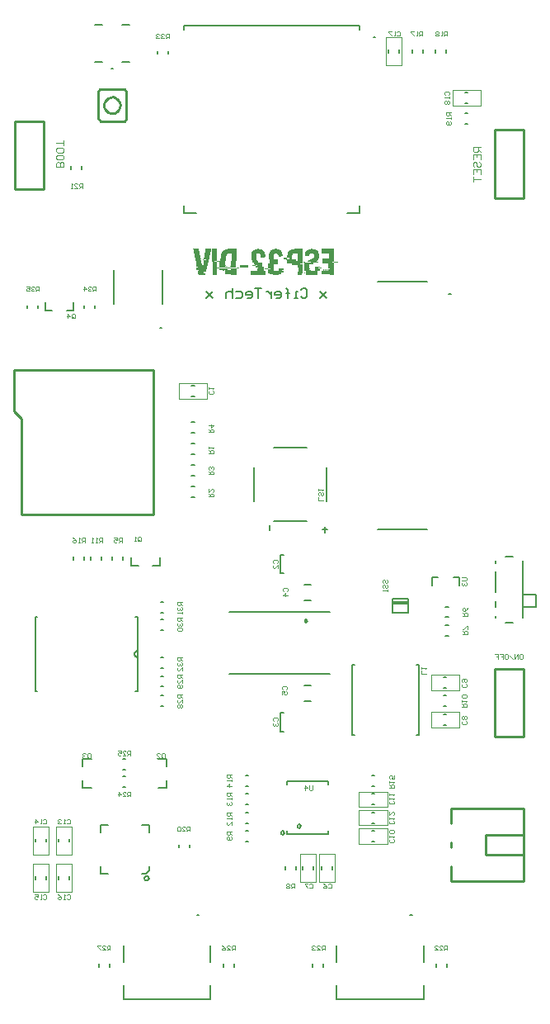
<source format=gbo>
G04*
G04 #@! TF.GenerationSoftware,Altium Limited,Altium Designer,20.1.7 (139)*
G04*
G04 Layer_Color=32896*
%FSLAX25Y25*%
%MOIN*%
G70*
G04*
G04 #@! TF.SameCoordinates,5ECA0F7F-463D-40B6-9D18-12E9E7DCF4CC*
G04*
G04*
G04 #@! TF.FilePolarity,Positive*
G04*
G01*
G75*
%ADD10C,0.00787*%
%ADD11C,0.01000*%
%ADD13C,0.00500*%
%ADD16C,0.00394*%
%ADD120C,0.00984*%
%ADD121C,0.00600*%
%ADD122C,0.00800*%
%ADD123C,0.00666*%
%ADD124R,0.06445X0.01500*%
G36*
X321670Y580512D02*
X321903Y580483D01*
X322108Y580439D01*
X322312Y580396D01*
X322487Y580337D01*
X322647Y580279D01*
X322778Y580221D01*
X322895Y580148D01*
X323012Y580089D01*
X323099Y580031D01*
X323157Y579987D01*
X323216Y579944D01*
X323259Y579914D01*
X323274Y579900D01*
X323289Y579885D01*
X323420Y579725D01*
X323522Y579565D01*
X323624Y579375D01*
X323697Y579185D01*
X323828Y578806D01*
X323916Y578427D01*
X323945Y578252D01*
X323959Y578092D01*
X323974Y577946D01*
X323989Y577815D01*
X324003Y577713D01*
Y577640D01*
Y577582D01*
Y577567D01*
Y577552D01*
X322253Y577465D01*
X322239Y577684D01*
X322224Y577786D01*
X322210Y577859D01*
X322195Y577931D01*
X322181Y577975D01*
X322166Y578004D01*
Y578019D01*
X322122Y578150D01*
X322078Y578267D01*
X322006Y578369D01*
X321947Y578456D01*
X321801Y578588D01*
X321641Y578690D01*
X321495Y578733D01*
X321379Y578763D01*
X321291Y578777D01*
X321073D01*
X320941Y578763D01*
X320825Y578733D01*
X320737Y578704D01*
X320723Y578690D01*
X320708D01*
X320650Y578646D01*
X320591Y578588D01*
X320504Y578442D01*
X320431Y578267D01*
X320387Y578092D01*
X320358Y577931D01*
X320343Y577786D01*
Y577727D01*
Y577698D01*
Y577669D01*
Y577655D01*
Y577305D01*
Y577159D01*
X320358Y577042D01*
X320373Y576926D01*
X320387Y576838D01*
X320416Y576765D01*
X320431Y576707D01*
X320445Y576678D01*
Y576663D01*
X320475Y576576D01*
X320518Y576503D01*
X320650Y576401D01*
X320795Y576313D01*
X320956Y576255D01*
X321102Y576226D01*
X321233Y576211D01*
X321335Y576196D01*
X322151D01*
Y576065D01*
X322166Y575949D01*
Y575744D01*
Y575599D01*
X322181Y575482D01*
Y575409D01*
Y575365D01*
Y575336D01*
X321947D01*
Y574403D01*
X319964D01*
Y574243D01*
X320460D01*
Y571633D01*
X322370D01*
Y572683D01*
X324236D01*
Y571910D01*
X323682D01*
Y571750D01*
X324236D01*
Y570875D01*
X323420D01*
Y570233D01*
X322531D01*
Y570000D01*
X320154D01*
Y570233D01*
X318856D01*
Y570714D01*
X318127D01*
Y572289D01*
X319090D01*
Y572566D01*
X318127D01*
Y572289D01*
X316830Y572289D01*
Y572566D01*
X318127Y572566D01*
Y574593D01*
X318375D01*
X318536Y574841D01*
X318623Y574943D01*
X318696Y575030D01*
X318754Y575088D01*
X318813Y575147D01*
X318842Y575176D01*
X318856Y575190D01*
Y575876D01*
X318710Y576080D01*
X318594Y576313D01*
X318521Y576561D01*
X318463Y576809D01*
X318433Y577042D01*
X318419Y577130D01*
X318404Y577217D01*
Y577290D01*
Y577348D01*
Y577378D01*
Y577392D01*
Y577713D01*
X318419Y578106D01*
X318463Y578456D01*
X318521Y578748D01*
X318579Y579010D01*
X318638Y579200D01*
X318696Y579346D01*
X318740Y579433D01*
X318754Y579462D01*
X318871Y579652D01*
X319017Y579812D01*
X319177Y579958D01*
X319352Y580089D01*
X319542Y580191D01*
X319746Y580279D01*
X319950Y580352D01*
X320154Y580410D01*
X320343Y580454D01*
X320533Y580483D01*
X320693Y580512D01*
X320854Y580527D01*
X320970Y580541D01*
X321422D01*
X321670Y580512D01*
D02*
G37*
G36*
X314453Y580527D02*
X314847Y580468D01*
X315182Y580396D01*
X315328Y580352D01*
X315459Y580308D01*
X315576Y580250D01*
X315678Y580206D01*
X315765Y580177D01*
X315838Y580133D01*
X315897Y580104D01*
X315940Y580075D01*
X315955Y580060D01*
X315969D01*
X316115Y579929D01*
X316247Y579798D01*
X316349Y579667D01*
X316422Y579565D01*
X316494Y579462D01*
X316538Y579389D01*
X316553Y579346D01*
X316567Y579331D01*
X316699Y578967D01*
X316800Y578588D01*
X316873Y578238D01*
X316917Y577902D01*
X316946Y577742D01*
Y577611D01*
X316961Y577480D01*
X316975Y577378D01*
Y577290D01*
Y577232D01*
Y577188D01*
Y577173D01*
X316859D01*
X316757Y577159D01*
X316640D01*
X316509Y577144D01*
X316349Y577130D01*
X316042Y577115D01*
X315722Y577086D01*
X315576Y577071D01*
X315459Y577057D01*
X315342D01*
X315270Y577042D01*
X315197D01*
X315182Y577057D01*
X315168Y577378D01*
X315138Y577523D01*
X315124Y577655D01*
X315095Y577771D01*
X315080Y577873D01*
X315066Y577931D01*
Y577946D01*
X315022Y578106D01*
X314964Y578238D01*
X314905Y578354D01*
X314847Y578456D01*
X314774Y578544D01*
X314701Y578602D01*
X314555Y578719D01*
X314409Y578777D01*
X314293Y578806D01*
X314220Y578821D01*
X313987D01*
X313812Y578806D01*
X313666Y578763D01*
X313622Y578733D01*
X313578Y578704D01*
X313549Y578690D01*
X313535D01*
X313476Y578631D01*
X313433Y578573D01*
X313360Y578398D01*
X313301Y578194D01*
X313272Y577990D01*
X313243Y577786D01*
X313228Y577625D01*
Y577552D01*
Y577509D01*
Y577480D01*
Y577465D01*
X313243Y577173D01*
X313287Y576911D01*
X313345Y576663D01*
X313418Y576459D01*
X313491Y576284D01*
X313549Y576153D01*
X313593Y576080D01*
X313608Y576051D01*
X313695Y575905D01*
X313797Y575744D01*
X313928Y575569D01*
X314045Y575409D01*
X314176Y575263D01*
X314278Y575147D01*
X314336Y575074D01*
X314366Y575059D01*
Y575045D01*
X315342D01*
Y574884D01*
X315780D01*
Y573470D01*
X316349D01*
Y571662D01*
X316975D01*
Y570000D01*
X313695D01*
Y570160D01*
X311158D01*
Y571808D01*
X313695D01*
Y572566D01*
X314074D01*
Y573120D01*
X313126D01*
Y573733D01*
X313797D01*
Y573864D01*
X313083D01*
X313126Y573733D01*
X311858D01*
Y573864D01*
X313053D01*
X312733Y574185D01*
X312470Y574520D01*
X312222Y574840D01*
X312018Y575161D01*
X311858Y575467D01*
X311712Y575774D01*
X311596Y576051D01*
X311493Y576328D01*
X311420Y576576D01*
X311362Y576794D01*
X311333Y576984D01*
X311304Y577159D01*
X311289Y577290D01*
X311275Y577392D01*
Y577465D01*
Y577480D01*
X311289Y577873D01*
X311318Y578223D01*
X311362Y578529D01*
X311406Y578792D01*
X311464Y579010D01*
X311493Y579083D01*
X311508Y579156D01*
X311523Y579214D01*
X311537Y579258D01*
X311552Y579273D01*
Y579287D01*
X311668Y579506D01*
X311800Y579696D01*
X311960Y579871D01*
X312150Y580016D01*
X312339Y580133D01*
X312558Y580235D01*
X312762Y580323D01*
X312966Y580381D01*
X313170Y580439D01*
X313360Y580468D01*
X313535Y580498D01*
X313695Y580527D01*
X313812D01*
X313914Y580541D01*
X314001D01*
X314453Y580527D01*
D02*
G37*
G36*
X325767Y576255D02*
X325738Y576196D01*
X325709Y576153D01*
X325665Y576109D01*
X325636Y576080D01*
Y576007D01*
X325621Y575963D01*
X325607Y575905D01*
X325592Y575876D01*
X325534D01*
X325519Y576007D01*
X325461Y576124D01*
X325417Y576211D01*
X325403Y576226D01*
Y576240D01*
Y576284D01*
X325476D01*
X325592Y576138D01*
X325607Y576182D01*
X325636Y576240D01*
X325665Y576269D01*
X325680Y576284D01*
X325724D01*
X325767Y576255D01*
D02*
G37*
G36*
X325753Y575672D02*
X325636D01*
Y575380D01*
X325621Y575351D01*
X325549D01*
X325534Y575365D01*
Y575380D01*
Y575672D01*
X325432D01*
Y575759D01*
X325753D01*
Y575672D01*
D02*
G37*
G36*
X332955Y575132D02*
X332212D01*
Y575336D01*
X332955D01*
Y575132D01*
D02*
G37*
G36*
X302818Y573441D02*
X302833Y573426D01*
X302862Y573397D01*
X302920Y573324D01*
X302964Y573237D01*
X302979Y573222D01*
Y573208D01*
X302877D01*
X302833Y573237D01*
X302804Y573280D01*
X302775Y573339D01*
X302760Y573353D01*
X302702Y573295D01*
X302687Y573251D01*
X302673Y573222D01*
Y573208D01*
X302527D01*
X302673Y573441D01*
X302658Y573485D01*
X302614Y573558D01*
X302571Y573616D01*
X302556Y573645D01*
Y573660D01*
X302673D01*
X302687Y573630D01*
X302702Y573587D01*
X302731Y573558D01*
X302745Y573543D01*
X302804Y573616D01*
X302833Y573645D01*
X302862Y573660D01*
X302964D01*
X302818Y573441D01*
D02*
G37*
G36*
X300879Y573907D02*
X300894Y573864D01*
X300952Y573762D01*
X301025Y573674D01*
X301040Y573645D01*
X301054Y573630D01*
Y573558D01*
X300865D01*
Y573455D01*
X300763D01*
Y573558D01*
X300704D01*
Y573645D01*
X300763D01*
Y573922D01*
X300865D01*
X300879Y573907D01*
D02*
G37*
G36*
X294901Y579812D02*
X294741Y579112D01*
X294595Y578456D01*
X294449Y577844D01*
X294318Y577261D01*
X294201Y576736D01*
X294085Y576240D01*
X293983Y575774D01*
X293881Y575351D01*
X293793Y574957D01*
X293720Y574607D01*
X293633Y574287D01*
X293575Y573980D01*
X293502Y573718D01*
X293443Y573470D01*
X293400Y573251D01*
X293356Y573062D01*
X293312Y572887D01*
X293283Y572741D01*
X293254Y572610D01*
X293225Y572508D01*
X293196Y572406D01*
X293181Y572333D01*
X293166Y572274D01*
X293137Y572172D01*
X293123Y572129D01*
Y572099D01*
X293093Y571954D01*
X293064Y571823D01*
X293050Y571706D01*
X293021Y571618D01*
X293006Y571531D01*
X292991Y571458D01*
X292962Y571356D01*
X292933Y571298D01*
Y571269D01*
X292918Y571254D01*
X292160D01*
Y570802D01*
X292846D01*
X292816Y570656D01*
X292787Y570540D01*
X292758Y570437D01*
X292743Y570335D01*
X292700Y570190D01*
X292671Y570102D01*
X292656Y570044D01*
X292641Y570015D01*
X292627Y570000D01*
X290002D01*
Y571895D01*
X289171D01*
Y572960D01*
X289638D01*
Y573339D01*
X289011D01*
Y575176D01*
Y575205D01*
X288997Y575249D01*
X288982Y575336D01*
X288953Y575438D01*
X288938Y575569D01*
X288894Y575715D01*
X288865Y575876D01*
X288822Y576065D01*
X288778Y576255D01*
X288734Y576474D01*
X288632Y576926D01*
X288515Y577407D01*
X288399Y577902D01*
X288297Y578398D01*
X288180Y578879D01*
X288078Y579331D01*
X288034Y579535D01*
X287990Y579725D01*
X287947Y579914D01*
X287918Y580075D01*
X287874Y580206D01*
X287859Y580323D01*
X287830Y580425D01*
X287815Y580498D01*
X287801Y580541D01*
Y580556D01*
X290032D01*
Y580527D01*
X290046Y580483D01*
X290061Y580410D01*
X290075Y580323D01*
X290105Y580235D01*
X290119Y580119D01*
X290177Y579842D01*
X290250Y579521D01*
X290323Y579185D01*
X290396Y578806D01*
X290469Y578442D01*
X290557Y578063D01*
X290629Y577698D01*
X290702Y577363D01*
X290761Y577057D01*
X290790Y576926D01*
X290819Y576809D01*
X290834Y576707D01*
X290863Y576619D01*
X290877Y576546D01*
Y576488D01*
X290892Y576459D01*
Y576444D01*
X290542D01*
Y576036D01*
X290994D01*
Y574607D01*
X291213D01*
Y573164D01*
X291840D01*
Y574141D01*
X292087D01*
Y576036D01*
X292875D01*
Y576444D01*
X292087D01*
Y576036D01*
X291533D01*
Y576444D01*
X292000D01*
X292073Y576809D01*
X292146Y577144D01*
X292204Y577450D01*
X292277Y577757D01*
X292321Y578034D01*
X292379Y578281D01*
X292437Y578529D01*
X292481Y578748D01*
X292525Y578952D01*
X292554Y579142D01*
X292598Y579317D01*
X292627Y579477D01*
X292685Y579754D01*
X292729Y579973D01*
X292758Y580162D01*
X292787Y580294D01*
X292816Y580396D01*
X292831Y580468D01*
Y580512D01*
X292846Y580541D01*
Y580556D01*
X295076D01*
X294901Y579812D01*
D02*
G37*
G36*
X305428Y575511D02*
X305180D01*
Y573135D01*
X303066D01*
Y572799D01*
X301608D01*
Y572099D01*
X303066D01*
Y572799D01*
X305414D01*
Y573135D01*
X306347D01*
Y572799D01*
X305428D01*
Y570029D01*
X305414Y570000D01*
X303066D01*
Y570219D01*
X300631D01*
Y572099D01*
X298488D01*
Y572799D01*
X301608D01*
Y573135D01*
X303066D01*
Y575715D01*
X303343D01*
Y578806D01*
X302920D01*
X302600Y578792D01*
X302337Y578763D01*
X302104Y578733D01*
X301929Y578690D01*
X301783Y578631D01*
X301681Y578602D01*
X301623Y578573D01*
X301608Y578558D01*
X301491Y578471D01*
X301375Y578354D01*
X301287Y578223D01*
X301200Y578077D01*
X301083Y577742D01*
X300996Y577407D01*
X300938Y577086D01*
X300923Y576955D01*
Y576823D01*
X300908Y576721D01*
Y576649D01*
Y576590D01*
Y576576D01*
Y575657D01*
X300631D01*
Y573412D01*
X301608D01*
Y573135D01*
X298488D01*
Y572799D01*
X297511D01*
Y570029D01*
X297497Y570015D01*
X297482Y570000D01*
X295747D01*
X295718Y570015D01*
Y570029D01*
Y575351D01*
X295470D01*
X295455Y575365D01*
X295441Y575380D01*
Y575395D01*
Y580527D01*
X295455Y580556D01*
X297467D01*
X297497Y580541D01*
X297511Y580527D01*
Y575788D01*
X298051D01*
X298065Y575774D01*
Y575759D01*
Y575744D01*
Y575511D01*
X298051Y575482D01*
X297511D01*
Y573135D01*
X298488D01*
Y575657D01*
X298809D01*
Y576109D01*
X298838Y576517D01*
X298867Y576896D01*
X298911Y577246D01*
X298955Y577567D01*
X299013Y577859D01*
X299057Y578121D01*
X299115Y578340D01*
X299173Y578544D01*
X299232Y578719D01*
X299290Y578865D01*
X299334Y578981D01*
X299377Y579069D01*
X299407Y579142D01*
X299421Y579171D01*
X299436Y579185D01*
X299596Y579433D01*
X299771Y579637D01*
X299975Y579827D01*
X300194Y579973D01*
X300413Y580104D01*
X300646Y580221D01*
X300879Y580308D01*
X301113Y580381D01*
X301331Y580439D01*
X301535Y580483D01*
X301725Y580512D01*
X301885Y580541D01*
X302031D01*
X302133Y580556D01*
X305428D01*
Y575511D01*
D02*
G37*
G36*
X309831Y574024D02*
X309904Y574010D01*
X309963Y573980D01*
X309992Y573937D01*
X310035Y573864D01*
Y573849D01*
Y573835D01*
Y573222D01*
X310021Y573149D01*
X309992Y573091D01*
X309948Y573062D01*
X309890Y573033D01*
X309788Y573003D01*
X307090D01*
X306988Y573018D01*
X306915Y573033D01*
X306872Y573076D01*
X306828Y573120D01*
X306799Y573193D01*
Y573208D01*
Y573222D01*
Y573835D01*
X306813Y573907D01*
X306842Y573951D01*
X306944Y574010D01*
X307061Y574039D01*
X309729D01*
X309831Y574024D01*
D02*
G37*
G36*
X335055Y573105D02*
X335069Y573091D01*
Y572756D01*
X335055Y572741D01*
X335040Y572726D01*
X334778D01*
X334763Y572741D01*
Y572756D01*
Y572814D01*
X334967D01*
Y572887D01*
X334821D01*
X334792Y572901D01*
Y572916D01*
Y572974D01*
X334967D01*
Y573033D01*
X334763D01*
Y573091D01*
Y573105D01*
X334778Y573120D01*
X335026D01*
X335055Y573105D01*
D02*
G37*
G36*
X335098Y572551D02*
X335055Y572493D01*
X335026Y572435D01*
X335011Y572406D01*
Y572333D01*
X334996Y572289D01*
X334982Y572231D01*
X334967Y572202D01*
X334909D01*
X334894Y572274D01*
X334880Y572347D01*
X334821Y572464D01*
X334778Y572551D01*
X334749Y572566D01*
Y572581D01*
Y572595D01*
X334763Y572610D01*
X334851D01*
X334880Y572581D01*
X334894Y572537D01*
X334909Y572493D01*
X334924Y572464D01*
X334996Y572551D01*
X335026Y572595D01*
X335055Y572610D01*
X335113D01*
X335098Y572551D01*
D02*
G37*
G36*
X342126Y571823D02*
X342009D01*
Y571983D01*
X341995Y571997D01*
X341980Y572012D01*
X341966Y572027D01*
X341951Y572012D01*
X341936Y571997D01*
X341878Y571925D01*
X341834Y571852D01*
X341805Y571837D01*
Y571823D01*
X341689D01*
X341878Y572114D01*
X341703Y572304D01*
X341820D01*
X341878Y572260D01*
X341922Y572216D01*
X341966Y572172D01*
X341995Y572143D01*
Y572129D01*
X342009D01*
Y572304D01*
X342126D01*
Y571823D01*
D02*
G37*
G36*
X335201Y572070D02*
Y572056D01*
Y571720D01*
X335186Y571691D01*
X335113D01*
Y571910D01*
X335098D01*
X335084Y571837D01*
X335069Y571779D01*
X335055Y571750D01*
X335040Y571720D01*
X335011Y571691D01*
X334967D01*
X334894Y571910D01*
X334880D01*
Y571691D01*
X334821D01*
X334792Y571706D01*
Y571720D01*
Y572056D01*
X334807Y572085D01*
X334894D01*
X334909Y572070D01*
X334924Y572056D01*
X334953Y571968D01*
X334967Y571895D01*
X334982Y571866D01*
Y571852D01*
X335011D01*
X335026Y571925D01*
X335040Y571983D01*
X335055Y572027D01*
X335069Y572056D01*
X335084Y572085D01*
X335171D01*
X335201Y572070D01*
D02*
G37*
G36*
X341514Y571823D02*
X341382D01*
Y571997D01*
X341237D01*
Y571939D01*
X341222Y571895D01*
X341208Y571852D01*
X341178Y571823D01*
X341091D01*
X341105Y571895D01*
X341120Y571954D01*
Y571983D01*
X341135Y572012D01*
X341149Y572041D01*
X341164D01*
X341120Y572099D01*
X341105Y572143D01*
X341091Y572158D01*
X341135Y572245D01*
X341193Y572289D01*
X341237Y572304D01*
X341514D01*
Y571823D01*
D02*
G37*
G36*
X340756Y572289D02*
X340799Y572274D01*
X340858Y572202D01*
X340887Y572114D01*
X340901Y572099D01*
Y572085D01*
X340887Y571997D01*
X340858Y571939D01*
X340828Y571881D01*
X340799Y571852D01*
X340726Y571823D01*
X340639D01*
X340551Y571837D01*
X340522Y571808D01*
X340508Y571793D01*
X340493Y571779D01*
X340464Y571808D01*
X340435Y571823D01*
Y571837D01*
X340449Y571866D01*
X340464Y571881D01*
X340493D01*
Y571895D01*
X340464Y571954D01*
X340435Y571983D01*
Y572012D01*
Y572027D01*
Y572085D01*
X340449Y572158D01*
X340478Y572216D01*
X340522Y572245D01*
X340551Y572274D01*
X340610Y572304D01*
X340697D01*
X340756Y572289D01*
D02*
G37*
G36*
X299932Y571881D02*
X299902Y571764D01*
X299873Y571677D01*
X299844Y571618D01*
X299829Y571589D01*
Y571575D01*
X299815Y571560D01*
X299713D01*
X299669Y571706D01*
X299625Y571808D01*
X299596Y571895D01*
X299582Y571954D01*
X299567Y571997D01*
Y572027D01*
Y572041D01*
X299684D01*
X299713Y571954D01*
X299727Y571881D01*
X299757Y571823D01*
Y571779D01*
X299771Y571750D01*
Y571735D01*
X299786D01*
X299873Y572041D01*
X299975D01*
X299932Y571881D01*
D02*
G37*
G36*
X300442Y571895D02*
X300471Y571779D01*
X300500Y571691D01*
X300529Y571633D01*
Y571604D01*
X300544Y571589D01*
Y571575D01*
Y571560D01*
X300442D01*
X300427Y571618D01*
X300413Y571648D01*
X300383Y571662D01*
X300238D01*
X300223Y571604D01*
X300208Y571575D01*
X300194Y571560D01*
X300106D01*
X300121Y571618D01*
X300136Y571691D01*
X300194Y571852D01*
X300208Y571924D01*
X300238Y571983D01*
X300252Y572027D01*
Y572041D01*
X300383D01*
X300442Y571895D01*
D02*
G37*
G36*
X299392Y571560D02*
X299261D01*
Y572041D01*
X299392D01*
Y571560D01*
D02*
G37*
G36*
X299057D02*
X298853D01*
X298780Y571575D01*
X298721Y571604D01*
X298692Y571633D01*
X298663Y571677D01*
X298634Y571735D01*
Y571764D01*
X298648Y571852D01*
X298663Y571924D01*
X298707Y571968D01*
X298736Y572012D01*
X298823Y572041D01*
X299057D01*
Y571560D01*
D02*
G37*
G36*
X289886Y571385D02*
X289784D01*
Y571546D01*
X289653D01*
Y571487D01*
X289638Y571458D01*
X289623Y571400D01*
X289594Y571385D01*
X289521D01*
Y571443D01*
X289536Y571502D01*
X289550Y571546D01*
X289565Y571575D01*
X289580D01*
X289521Y571691D01*
X289565Y571764D01*
X289609Y571793D01*
X289638Y571808D01*
X289886D01*
Y571385D01*
D02*
G37*
G36*
X333145Y571181D02*
X333130Y571152D01*
X333014D01*
X332911Y571166D01*
X332853Y571210D01*
X332824Y571239D01*
X332809Y571254D01*
X332824Y571298D01*
X332839Y571341D01*
X332853Y571371D01*
X332868Y571385D01*
X332853Y571400D01*
X332839Y571414D01*
X332824D01*
X332853Y571487D01*
X332897Y571531D01*
X332941Y571546D01*
X333145D01*
Y571181D01*
D02*
G37*
G36*
X339677Y571312D02*
Y571239D01*
X339662Y571181D01*
Y571137D01*
X339647Y571108D01*
X339633Y571079D01*
X339618D01*
X339604Y571094D01*
X339589Y571123D01*
Y571181D01*
X339575Y571239D01*
Y571298D01*
Y571356D01*
Y571385D01*
Y571400D01*
Y571414D01*
X339677D01*
Y571312D01*
D02*
G37*
G36*
Y570948D02*
X339575D01*
Y571064D01*
X339677D01*
Y570948D01*
D02*
G37*
G36*
X289886Y570802D02*
X289784D01*
Y570977D01*
X289623D01*
Y571079D01*
X289784D01*
Y571137D01*
X289594D01*
X289580Y571152D01*
Y571166D01*
Y571225D01*
X289886D01*
Y570802D01*
D02*
G37*
G36*
X333145Y570671D02*
X333130Y570642D01*
X333072D01*
X333057Y570656D01*
Y570671D01*
Y570860D01*
X332999Y570787D01*
X332955Y570729D01*
X332926Y570700D01*
X332911Y570671D01*
X332882Y570642D01*
X332824D01*
X332809Y570656D01*
Y570671D01*
Y571035D01*
X332897D01*
Y570787D01*
X332926D01*
X332970Y570875D01*
X332999Y570933D01*
X333028Y570977D01*
X333043Y571006D01*
X333072Y571035D01*
X333145D01*
Y570671D01*
D02*
G37*
G36*
X289886Y570219D02*
X289784D01*
Y570656D01*
X289886D01*
Y570219D01*
D02*
G37*
G36*
X344809Y575336D02*
X346485D01*
Y575118D01*
X344809D01*
Y573776D01*
X344590D01*
Y570000D01*
X343030D01*
Y570219D01*
X339779D01*
Y571516D01*
X339575D01*
Y571764D01*
X342286D01*
Y572420D01*
X342928D01*
Y572639D01*
X342286D01*
Y574811D01*
X339881D01*
Y575336D01*
X340012D01*
X339997Y575365D01*
X339983Y575540D01*
Y575701D01*
Y575847D01*
X339968Y575978D01*
Y576080D01*
Y576167D01*
X339954Y576313D01*
Y576401D01*
Y576459D01*
Y576488D01*
Y576503D01*
X342738D01*
Y578792D01*
X339647D01*
X339618Y578806D01*
X339604Y578821D01*
Y578835D01*
Y580556D01*
X344809D01*
Y575336D01*
D02*
G37*
G36*
X336163Y580498D02*
X336396Y580468D01*
X336615Y580439D01*
X336819Y580396D01*
X337008Y580337D01*
X337183Y580294D01*
X337329Y580235D01*
X337460Y580177D01*
X337577Y580133D01*
X337665Y580075D01*
X337752Y580031D01*
X337810Y580002D01*
X337854Y579973D01*
X337869Y579944D01*
X337883D01*
X338029Y579812D01*
X338146Y579667D01*
X338262Y579506D01*
X338350Y579346D01*
X338496Y579010D01*
X338598Y578675D01*
X338656Y578383D01*
X338670Y578267D01*
X338685Y578150D01*
X338700Y578063D01*
Y577990D01*
Y577946D01*
Y577931D01*
Y577800D01*
X338685Y577509D01*
X338641Y577246D01*
X338583Y576984D01*
X338496Y576751D01*
X338393Y576532D01*
X338292Y576328D01*
X338175Y576138D01*
X338044Y575978D01*
X337927Y575832D01*
X337810Y575701D01*
X337708Y575599D01*
X337606Y575511D01*
X337519Y575438D01*
X337460Y575395D01*
X337417Y575365D01*
X337402Y575351D01*
Y575336D01*
X338393D01*
Y575132D01*
X336352D01*
Y574272D01*
X334705D01*
Y571633D01*
X336906D01*
Y573383D01*
X339050D01*
Y573120D01*
X338423D01*
Y572741D01*
X339050D01*
Y573120D01*
X339735D01*
Y572741D01*
X339050D01*
Y571633D01*
X337942D01*
Y570000D01*
X333247D01*
Y571633D01*
X332649D01*
Y574841D01*
X332955D01*
Y575132D01*
X335390D01*
Y575336D01*
X333553D01*
Y575351D01*
X333742Y575497D01*
X333947Y575642D01*
X334122Y575759D01*
X334296Y575861D01*
X334442Y575934D01*
X334559Y576007D01*
X334632Y576036D01*
X334661Y576051D01*
X334865Y576138D01*
X335040Y576211D01*
X335201Y576284D01*
X335332Y576342D01*
X335448Y576386D01*
X335550Y576444D01*
X335623Y576474D01*
X335696Y576503D01*
X335784Y576561D01*
X335842Y576590D01*
X335871Y576605D01*
X336032Y576678D01*
X336163Y576765D01*
X336279Y576853D01*
X336382Y576940D01*
X336454Y577042D01*
X336527Y577144D01*
X336629Y577334D01*
X336702Y577523D01*
X336731Y577669D01*
X336746Y577727D01*
Y577771D01*
Y577786D01*
Y577800D01*
Y577946D01*
Y578034D01*
X336731Y578121D01*
X336717Y578194D01*
Y578223D01*
X336629Y578413D01*
X336498Y578558D01*
X336352Y578660D01*
X336192Y578733D01*
X336046Y578777D01*
X335915Y578792D01*
X335827Y578806D01*
X335507D01*
X335390Y578792D01*
X335288Y578777D01*
X335084Y578704D01*
X334996Y578660D01*
X334938Y578631D01*
X334894Y578617D01*
X334880Y578602D01*
X334763Y578442D01*
X334676Y578281D01*
X334603Y578121D01*
X334559Y577961D01*
X334530Y577830D01*
X334515Y577727D01*
Y577655D01*
Y577625D01*
X334311D01*
X334063Y577640D01*
X333801Y577655D01*
X333524Y577684D01*
X333276Y577698D01*
X333159D01*
X333057Y577713D01*
X332984D01*
X332926Y577727D01*
X332853D01*
X332868Y578034D01*
X332911Y578340D01*
X332984Y578617D01*
X333057Y578879D01*
X333130Y579083D01*
X333159Y579185D01*
X333203Y579258D01*
X333218Y579317D01*
X333247Y579360D01*
X333261Y579389D01*
Y579404D01*
X333393Y579608D01*
X333538Y579769D01*
X333699Y579929D01*
X333888Y580060D01*
X334078Y580162D01*
X334267Y580250D01*
X334472Y580323D01*
X334661Y580381D01*
X334851Y580439D01*
X335040Y580468D01*
X335201Y580498D01*
X335332Y580512D01*
X335463Y580527D01*
X335900D01*
X336163Y580498D01*
D02*
G37*
G36*
X331949Y574797D02*
X330943D01*
Y574257D01*
X331949D01*
Y573878D01*
Y573514D01*
Y573178D01*
X331935Y572872D01*
Y572595D01*
Y572347D01*
Y572129D01*
Y571925D01*
Y571750D01*
Y571589D01*
Y571473D01*
Y571356D01*
Y571283D01*
Y571225D01*
Y571196D01*
Y571181D01*
Y570642D01*
X331701D01*
Y570000D01*
X330054D01*
Y571385D01*
X330258D01*
Y573033D01*
X329893D01*
Y573966D01*
X329048D01*
X328654Y573980D01*
X327590D01*
Y574593D01*
X325855D01*
Y576386D01*
X326700D01*
Y576896D01*
X325811D01*
Y576867D01*
Y576794D01*
X325826Y576721D01*
Y576634D01*
X325840Y576546D01*
Y576474D01*
X325855Y576415D01*
Y576401D01*
Y576386D01*
X324295D01*
Y576896D01*
X325796D01*
Y577057D01*
X325782Y577203D01*
Y577246D01*
Y577290D01*
Y577319D01*
Y577334D01*
X325796Y577757D01*
X325840Y578150D01*
X325913Y578486D01*
X325971Y578777D01*
X326015Y578894D01*
X326044Y579010D01*
X326088Y579098D01*
X326117Y579171D01*
X326132Y579244D01*
X326161Y579287D01*
X326175Y579302D01*
Y579317D01*
X326321Y579535D01*
X326496Y579725D01*
X326700Y579885D01*
X326934Y580031D01*
X327167Y580148D01*
X327429Y580250D01*
X327692Y580323D01*
X327940Y580396D01*
X328187Y580439D01*
X328435Y580483D01*
X328654Y580498D01*
X328844Y580527D01*
X329004D01*
X329121Y580541D01*
X331949D01*
Y574797D01*
D02*
G37*
%LPC*%
G36*
X314307Y575045D02*
X313535D01*
Y574884D01*
X314468D01*
X314424Y574943D01*
X314380Y574972D01*
X314336Y575030D01*
X314307Y575045D01*
D02*
G37*
G36*
X300865Y573747D02*
Y573645D01*
X300952D01*
X300908Y573703D01*
X300879Y573733D01*
X300865Y573747D01*
D02*
G37*
G36*
X297497Y575788D02*
X296476D01*
Y575482D01*
X297497D01*
Y575788D01*
D02*
G37*
G36*
X341382Y572202D02*
X341237D01*
X341222Y572187D01*
Y572172D01*
Y572158D01*
Y572129D01*
Y572099D01*
X341237Y572085D01*
X341382D01*
Y572202D01*
D02*
G37*
G36*
X340697Y572216D02*
X340683D01*
X340610Y572187D01*
X340566Y572143D01*
X340551Y572099D01*
Y572070D01*
X340566Y572012D01*
Y571983D01*
Y571968D01*
X340610Y571997D01*
X340639Y571983D01*
X340653Y571968D01*
X340668Y571954D01*
Y571939D01*
X340639D01*
Y571910D01*
X340653D01*
X340726Y571925D01*
X340770Y571983D01*
X340785Y572027D01*
Y572041D01*
Y572085D01*
X340770Y572143D01*
X340726Y572187D01*
X340697Y572216D01*
D02*
G37*
G36*
X300340Y571895D02*
X300311D01*
Y571866D01*
X300296Y571808D01*
X300281Y571764D01*
Y571750D01*
X300369D01*
X300354Y571823D01*
X300340Y571866D01*
Y571895D01*
D02*
G37*
G36*
X298925Y571924D02*
X298823D01*
X298780Y571895D01*
X298765Y571866D01*
X298750Y571852D01*
Y571735D01*
X298780Y571691D01*
X298809Y571677D01*
X298823Y571662D01*
X298925D01*
Y571924D01*
D02*
G37*
G36*
X289784Y571735D02*
X289653D01*
X289638Y571720D01*
Y571706D01*
Y571691D01*
Y571677D01*
Y571648D01*
X289653Y571633D01*
X289784D01*
Y571735D01*
D02*
G37*
G36*
X333043Y571458D02*
X332941D01*
Y571429D01*
X332955Y571400D01*
X333043D01*
Y571458D01*
D02*
G37*
G36*
Y571327D02*
X332955D01*
X332926Y571312D01*
Y571298D01*
Y571283D01*
Y571254D01*
X332941Y571239D01*
X333043D01*
Y571327D01*
D02*
G37*
G36*
X344794Y575336D02*
X343934D01*
Y575118D01*
X344794D01*
Y575336D01*
D02*
G37*
G36*
X329893Y578748D02*
X328800D01*
X328625Y578733D01*
X328479Y578719D01*
X328377Y578690D01*
X328304Y578675D01*
X328246Y578646D01*
X328231Y578631D01*
X328217D01*
X328144Y578588D01*
X328071Y578544D01*
X328013Y578471D01*
X327954Y578383D01*
X327881Y578194D01*
X327823Y577990D01*
X327794Y577800D01*
X327765Y577625D01*
Y577567D01*
Y577509D01*
Y577480D01*
Y577465D01*
Y577275D01*
X327779Y577115D01*
X327794Y576955D01*
X327808Y576823D01*
X327823Y576707D01*
X327838Y576605D01*
X327881Y576430D01*
X327940Y576313D01*
X327969Y576240D01*
X327998Y576196D01*
X328013Y576182D01*
X329266D01*
Y575759D01*
X329893D01*
Y578748D01*
D02*
G37*
%LPD*%
D10*
X331366Y347516D02*
X330822Y348265D01*
X329942Y347979D01*
Y347053D01*
X330822Y346767D01*
X331366Y347516D01*
X324673Y344760D02*
X324129Y345509D01*
X323249Y345223D01*
Y344297D01*
X324129Y344011D01*
X324673Y344760D01*
X275021Y548705D02*
X274233D01*
X275021D01*
X391941Y562412D02*
X391154D01*
X391941D01*
X376301Y311622D02*
X375514D01*
X376301D01*
X361339Y665882D02*
X360551D01*
X361339D01*
X255512Y653185D02*
X254724D01*
X255512D01*
X290183Y311622D02*
X289396D01*
X290183D01*
X388994Y392807D02*
X390175D01*
X388994Y388476D02*
X390175D01*
X388994Y400376D02*
X390175D01*
X388994Y396045D02*
X390175D01*
X388998Y403476D02*
X390179D01*
X388998Y407807D02*
X390179D01*
X379083Y384327D02*
Y412673D01*
X378098D02*
X379083D01*
X378098Y384327D02*
X379083D01*
X351917D02*
X352902D01*
X351917Y412673D02*
X352902D01*
X351917Y384327D02*
Y412673D01*
X336287Y330157D02*
Y331339D01*
X331957Y330157D02*
Y331339D01*
X339829Y330157D02*
Y331339D01*
X344159Y330157D02*
Y331339D01*
X359915Y360513D02*
X361096D01*
X359915Y356183D02*
X361096D01*
X359915Y363538D02*
X361096D01*
X359915Y367869D02*
X361096D01*
X359915Y353157D02*
X361096D01*
X359915Y348827D02*
X361096D01*
X359915Y345802D02*
X361096D01*
X359915Y341471D02*
X361096D01*
X325854Y365626D02*
X342390D01*
Y364445D02*
Y365626D01*
X325854Y364445D02*
Y365626D01*
Y344366D02*
Y345547D01*
X342390Y344366D02*
Y345547D01*
X325854Y344366D02*
X342390D01*
X308919Y360513D02*
X310100D01*
X308919Y356183D02*
X310100D01*
X308919Y367869D02*
X310100D01*
X308919Y363538D02*
X310100D01*
X308919Y353157D02*
X310100D01*
X308919Y348827D02*
X310100D01*
X308919Y345802D02*
X310100D01*
X308919Y341471D02*
X310100D01*
X329287Y330157D02*
Y331339D01*
X324957Y330157D02*
Y331339D01*
X332738Y438760D02*
X335494D01*
X332738Y444862D02*
X335494D01*
X332738Y404177D02*
X335494D01*
X332738Y398075D02*
X335494D01*
X302522Y408894D02*
X342876D01*
X302522Y434091D02*
X342876D01*
X374571Y433800D02*
Y439300D01*
X368402Y433800D02*
X374571D01*
X368402D02*
Y439300D01*
X374571D01*
X389734Y431835D02*
X390915D01*
X389734Y436165D02*
X390915D01*
X389734Y428665D02*
X390915D01*
X389734Y424335D02*
X390915D01*
X366835Y659776D02*
Y660957D01*
X371165Y659776D02*
Y660957D01*
X397657Y639335D02*
X398839D01*
X397657Y643665D02*
X398839D01*
X237761Y326106D02*
Y327287D01*
X233431Y326106D02*
Y327287D01*
X228261Y326106D02*
Y327287D01*
X223931Y326106D02*
Y327287D01*
X223931Y341193D02*
Y342374D01*
X228261Y341193D02*
Y342374D01*
X233431Y341193D02*
Y342374D01*
X237761Y341193D02*
Y342374D01*
X287110Y525405D02*
X288291D01*
X287110Y521074D02*
X288291D01*
X274630Y426635D02*
X275811D01*
X274630Y430965D02*
X275811D01*
X274630Y437965D02*
X275811D01*
X274630Y433635D02*
X275811D01*
X274630Y415665D02*
X275811D01*
X274630Y411335D02*
X275811D01*
X274630Y408165D02*
X275811D01*
X274630Y403835D02*
X275811D01*
X274630Y400365D02*
X275811D01*
X274630Y396035D02*
X275811D01*
X273335Y659248D02*
Y660429D01*
X277665Y659248D02*
Y660429D01*
X409988Y441913D02*
Y450181D01*
Y436007D02*
Y438370D01*
Y431677D02*
Y432464D01*
X413925Y429708D02*
X417075D01*
X421012Y431677D02*
Y454511D01*
X413925Y456480D02*
X417075D01*
X409988Y453724D02*
Y454511D01*
X421012Y436007D02*
X426524D01*
Y441125D01*
X421012D02*
X426524D01*
X239442Y455161D02*
Y456343D01*
X243773Y455161D02*
Y456343D01*
X250773Y455161D02*
Y456343D01*
X246442Y455161D02*
Y456343D01*
X259227Y455161D02*
Y456343D01*
X254897Y455161D02*
Y456343D01*
X362256Y467412D02*
X382256D01*
X362256Y567412D02*
X382256D01*
X224925Y556559D02*
Y557740D01*
X220594Y556559D02*
Y557740D01*
X258937Y655980D02*
X262087D01*
X247913D02*
X251063D01*
X258937Y670980D02*
X262087D01*
X247913D02*
X251063D01*
X287110Y506421D02*
X288291D01*
X287110Y510752D02*
X288291D01*
X287110Y497696D02*
X288291D01*
X287110Y502027D02*
X288291D01*
X287110Y488971D02*
X288291D01*
X287110Y493302D02*
X288291D01*
X287110Y480246D02*
X288291D01*
X287110Y484577D02*
X288291D01*
X386144Y290657D02*
Y291839D01*
X390474Y290657D02*
Y291839D01*
X336144Y290657D02*
Y291839D01*
X340474Y290657D02*
Y291839D01*
X242665Y612768D02*
Y613949D01*
X238335Y612768D02*
Y613949D01*
X397642Y635398D02*
X398823D01*
X397642Y631067D02*
X398823D01*
X248126Y556559D02*
Y557740D01*
X243795Y556559D02*
Y557740D01*
X249646Y290658D02*
Y291839D01*
X253977Y290658D02*
Y291839D01*
X300040Y290658D02*
Y291839D01*
X304371Y290658D02*
Y291839D01*
X390165Y659776D02*
Y660957D01*
X385835Y659776D02*
Y660957D01*
X380665Y659776D02*
Y660957D01*
X376335Y659776D02*
Y660957D01*
X259269Y374524D02*
X260450D01*
X259269Y370193D02*
X260450D01*
X259269Y363193D02*
X260450D01*
X259269Y367524D02*
X260450D01*
X281915Y338886D02*
Y340067D01*
X286246Y338886D02*
Y340067D01*
X341713Y563411D02*
X339089Y560787D01*
X340401Y562099D01*
X339089Y563411D01*
X341713Y560787D01*
X331217Y564067D02*
X331873Y564723D01*
X333185D01*
X333841Y564067D01*
Y561443D01*
X333185Y560787D01*
X331873D01*
X331217Y561443D01*
X329905Y560787D02*
X328593D01*
X329249D01*
Y563411D01*
X329905D01*
X325970Y560787D02*
Y564067D01*
Y562755D01*
X326626D01*
X325314D01*
X325970D01*
Y564067D01*
X325314Y564723D01*
X321378Y560787D02*
X322690D01*
X323346Y561443D01*
Y562755D01*
X322690Y563411D01*
X321378D01*
X320722Y562755D01*
Y562099D01*
X323346D01*
X319410Y563411D02*
Y560787D01*
Y562099D01*
X318754Y562755D01*
X318098Y563411D01*
X317442D01*
X315474Y564723D02*
X312850D01*
X314162D01*
Y560787D01*
X309571D02*
X310883D01*
X311539Y561443D01*
Y562755D01*
X310883Y563411D01*
X309571D01*
X308915Y562755D01*
Y562099D01*
X311539D01*
X304979Y563411D02*
X306947D01*
X307603Y562755D01*
Y561443D01*
X306947Y560787D01*
X304979D01*
X303667Y564723D02*
Y560787D01*
Y562755D01*
X303011Y563411D01*
X301699D01*
X301043Y562755D01*
Y560787D01*
X295796Y563411D02*
X293172Y560787D01*
X294484Y562099D01*
X293172Y563411D01*
X295796Y560787D01*
D11*
X258293Y638555D02*
X258146Y639528D01*
X257719Y640414D01*
X257050Y641136D01*
X256199Y641627D01*
X255240Y641846D01*
X254259Y641773D01*
X253343Y641413D01*
X252574Y640800D01*
X252020Y639987D01*
X251730Y639047D01*
Y638064D01*
X252020Y637124D01*
X252574Y636311D01*
X253343Y635698D01*
X254259Y635338D01*
X255240Y635265D01*
X256199Y635484D01*
X257050Y635976D01*
X257719Y636697D01*
X258146Y637583D01*
X258293Y638555D01*
X405876Y336000D02*
Y344000D01*
Y336000D02*
X421376D01*
X405876Y344000D02*
X421376D01*
X421500Y325237D02*
Y354764D01*
X391968Y325237D02*
X421500D01*
X391968D02*
Y331218D01*
X392130Y354764D02*
X421500D01*
X391968Y348785D02*
Y354764D01*
Y338941D02*
Y341059D01*
X421453Y383594D02*
Y411154D01*
X409642D02*
X421453D01*
X409642Y383594D02*
Y411154D01*
Y383594D02*
X421453D01*
X421374Y600953D02*
Y628512D01*
X409563D02*
X421374D01*
X409563Y600953D02*
Y628512D01*
Y600953D02*
X421374D01*
X215500Y531767D02*
X271701D01*
X218354Y473303D02*
X271701D01*
X215500Y514838D02*
X218354Y511984D01*
X215500Y514838D02*
Y531767D01*
X218354Y473303D02*
Y511984D01*
X271701Y473303D02*
Y531767D01*
X259943Y644906D02*
X260793Y644056D01*
X249207Y644070D02*
X250043Y644906D01*
X259943D01*
X249207Y633241D02*
Y644070D01*
Y633241D02*
X250293Y632156D01*
X259893D01*
X260793Y633056D01*
Y644056D01*
X215626Y632157D02*
X227437D01*
Y604598D02*
Y632157D01*
X215626Y604598D02*
X227437D01*
X215626D02*
Y632157D01*
D13*
X270006Y326386D02*
X269514Y327238D01*
X268530D01*
X268037Y326386D01*
X268530Y325533D01*
X269514D01*
X270006Y326386D01*
X322876Y457111D02*
X324426D01*
X322876Y449511D02*
X324426D01*
X322876D02*
Y457111D01*
X322872Y385826D02*
Y393426D01*
Y385826D02*
X324422D01*
X322872Y393426D02*
X324422D01*
X341764Y478807D02*
Y492193D01*
X312236Y478807D02*
Y492193D01*
X320307Y500264D02*
X333693D01*
X320307Y470736D02*
X333693D01*
X274318Y452500D02*
Y456000D01*
X271318Y452500D02*
X274318D01*
X262818D02*
X265818D01*
X262818D02*
Y456000D01*
X275513Y558252D02*
Y572150D01*
X255828Y558252D02*
Y572150D01*
X243108Y363108D02*
X246608D01*
X243108D02*
Y366108D01*
Y371608D02*
Y374608D01*
X246608D01*
X270006Y329746D02*
Y331307D01*
X268614Y328354D02*
X270006Y329746D01*
X267053Y328354D02*
X268614D01*
X270006Y345087D02*
Y348039D01*
X267053D02*
X270006D01*
X250321Y328354D02*
X253274D01*
X250321D02*
Y331307D01*
Y345087D02*
Y348039D01*
X253274D01*
X345711Y277764D02*
X380907D01*
Y283394D01*
Y292606D02*
Y299220D01*
X345711Y277764D02*
Y283394D01*
Y292606D02*
Y299220D01*
X284173Y670567D02*
X355039D01*
Y594976D02*
Y597850D01*
Y668913D02*
Y670567D01*
X284173Y594976D02*
X289075D01*
X350138D02*
X355039D01*
X284173D02*
Y597850D01*
Y668913D02*
Y670567D01*
X273608Y363108D02*
X277108D01*
Y366108D01*
Y371608D02*
Y374608D01*
X273608D02*
X277108D01*
X259593Y292606D02*
Y299220D01*
Y277764D02*
Y283394D01*
X294789Y292606D02*
Y299220D01*
Y277764D02*
Y283394D01*
X259593Y277764D02*
X294789D01*
D16*
X383876Y393791D02*
X395293D01*
X383876Y387492D02*
Y393791D01*
Y387492D02*
X395293D01*
Y393791D01*
X383880Y402492D02*
X395297D01*
Y408791D01*
X383880D02*
X395297D01*
X383880Y402492D02*
Y408791D01*
X337272Y325039D02*
Y336457D01*
X330972D02*
X337272D01*
X330972Y325039D02*
Y336457D01*
Y325039D02*
X337272D01*
X338844D02*
Y336457D01*
Y325039D02*
X345144D01*
Y336457D01*
X338844D02*
X345144D01*
X354797Y361497D02*
X366214D01*
X354797Y355198D02*
Y361497D01*
Y355198D02*
X366214D01*
Y361497D01*
X354797Y354142D02*
X366214D01*
X354797Y347843D02*
Y354142D01*
Y347843D02*
X366214D01*
Y354142D01*
X354797Y346786D02*
X366214D01*
X354797Y340487D02*
Y346786D01*
Y340487D02*
X366214D01*
Y346786D01*
X365850Y654658D02*
Y666075D01*
Y654658D02*
X372150D01*
Y666075D01*
X365850D02*
X372150D01*
X392539Y638350D02*
X403957D01*
Y644650D01*
X392539D02*
X403957D01*
X392539Y638350D02*
Y644650D01*
X238746Y320988D02*
Y332405D01*
X232446D02*
X238746D01*
X232446Y320988D02*
Y332405D01*
Y320988D02*
X238746D01*
X229246D02*
Y332405D01*
X222946D02*
X229246D01*
X222946Y320988D02*
Y332405D01*
Y320988D02*
X229246D01*
X222946Y336075D02*
Y347492D01*
Y336075D02*
X229246D01*
Y347492D01*
X222946D02*
X229246D01*
X232446Y336075D02*
Y347492D01*
Y336075D02*
X238746D01*
Y347492D01*
X232446D02*
X238746D01*
X281992Y526389D02*
X293409D01*
X281992Y520090D02*
Y526389D01*
Y520090D02*
X293409D01*
Y526389D01*
X278000Y665500D02*
Y667468D01*
X277016D01*
X276688Y667140D01*
Y666484D01*
X277016Y666156D01*
X278000D01*
X277344D02*
X276688Y665500D01*
X276032Y667140D02*
X275704Y667468D01*
X275048D01*
X274720Y667140D01*
Y666812D01*
X275048Y666484D01*
X275376D01*
X275048D01*
X274720Y666156D01*
Y665828D01*
X275048Y665500D01*
X275704D01*
X276032Y665828D01*
X274064Y667140D02*
X273736Y667468D01*
X273080D01*
X272752Y667140D01*
Y666812D01*
X273080Y666484D01*
X273408D01*
X273080D01*
X272752Y666156D01*
Y665828D01*
X273080Y665500D01*
X273736D01*
X274064Y665828D01*
X259000Y462000D02*
Y463968D01*
X258016D01*
X257688Y463640D01*
Y462984D01*
X258016Y462656D01*
X259000D01*
X258344D02*
X257688Y462000D01*
X255720Y463968D02*
X257032D01*
Y462984D01*
X256376Y463312D01*
X256048D01*
X255720Y462984D01*
Y462328D01*
X256048Y462000D01*
X256704D01*
X257032Y462328D01*
X265256Y462828D02*
Y464140D01*
X265584Y464468D01*
X266240D01*
X266568Y464140D01*
Y462828D01*
X266240Y462500D01*
X265584D01*
X265912Y463156D02*
X265256Y462500D01*
X265584D02*
X265256Y462828D01*
X264600Y462500D02*
X263944D01*
X264272D01*
Y464468D01*
X264600Y464140D01*
X340468Y479000D02*
X338500D01*
Y480312D01*
X340140Y482280D02*
X340468Y481952D01*
Y481296D01*
X340140Y480968D01*
X339812D01*
X339484Y481296D01*
Y481952D01*
X339156Y482280D01*
X338828D01*
X338500Y481952D01*
Y481296D01*
X338828Y480968D01*
X338500Y482936D02*
Y483592D01*
Y483264D01*
X340468D01*
X340140Y482936D01*
X364860Y445688D02*
X364532Y446016D01*
Y446672D01*
X364860Y447000D01*
X365188D01*
X365516Y446672D01*
Y446016D01*
X365844Y445688D01*
X366172D01*
X366500Y446016D01*
Y446672D01*
X366172Y447000D01*
X364860Y443720D02*
X364532Y444048D01*
Y444704D01*
X364860Y445032D01*
X365188D01*
X365516Y444704D01*
Y444048D01*
X365844Y443720D01*
X366172D01*
X366500Y444048D01*
Y444704D01*
X366172Y445032D01*
X366500Y443064D02*
Y442408D01*
Y442736D01*
X364532D01*
X364860Y443064D01*
X381968Y409000D02*
X380000D01*
Y410312D01*
Y410968D02*
Y411624D01*
Y411296D01*
X381968D01*
X381640Y410968D01*
X396365Y448039D02*
X398005D01*
X398333Y447711D01*
Y447055D01*
X398005Y446728D01*
X396365D01*
X396693Y446071D02*
X396365Y445744D01*
Y445088D01*
X396693Y444760D01*
X397021D01*
X397349Y445088D01*
Y445416D01*
Y445088D01*
X397677Y444760D01*
X398005D01*
X398333Y445088D01*
Y445744D01*
X398005Y446071D01*
X244000Y462000D02*
Y463968D01*
X243016D01*
X242688Y463640D01*
Y462984D01*
X243016Y462656D01*
X244000D01*
X243344D02*
X242688Y462000D01*
X242032D02*
X241376D01*
X241704D01*
Y463968D01*
X242032Y463640D01*
X239080Y463968D02*
X239736Y463640D01*
X240392Y462984D01*
Y462328D01*
X240064Y462000D01*
X239408D01*
X239080Y462328D01*
Y462656D01*
X239408Y462984D01*
X240392D01*
X303258Y368203D02*
X301290D01*
Y367219D01*
X301618Y366892D01*
X302274D01*
X302602Y367219D01*
Y368203D01*
Y367547D02*
X303258Y366892D01*
Y366236D02*
Y365580D01*
Y365908D01*
X301290D01*
X301618Y366236D01*
X303258Y363612D02*
X301290D01*
X302274Y364596D01*
Y363284D01*
X303462Y360848D02*
X301494D01*
Y359864D01*
X301822Y359536D01*
X302478D01*
X302806Y359864D01*
Y360848D01*
Y360192D02*
X303462Y359536D01*
Y358880D02*
Y358224D01*
Y358552D01*
X301494D01*
X301822Y358880D01*
Y357240D02*
X301494Y356912D01*
Y356256D01*
X301822Y355928D01*
X302150D01*
X302478Y356256D01*
Y356584D01*
Y356256D01*
X302806Y355928D01*
X303134D01*
X303462Y356256D01*
Y356912D01*
X303134Y357240D01*
X303258Y352992D02*
X301290D01*
Y352008D01*
X301618Y351680D01*
X302274D01*
X302602Y352008D01*
Y352992D01*
Y352336D02*
X303258Y351680D01*
Y351024D02*
Y350368D01*
Y350696D01*
X301290D01*
X301618Y351024D01*
X303258Y348073D02*
Y349384D01*
X301946Y348073D01*
X301618D01*
X301290Y348400D01*
Y349056D01*
X301618Y349384D01*
X251000Y462000D02*
Y463968D01*
X250016D01*
X249688Y463640D01*
Y462984D01*
X250016Y462656D01*
X251000D01*
X250344D02*
X249688Y462000D01*
X249032D02*
X248376D01*
X248704D01*
Y463968D01*
X249032Y463640D01*
X247392Y462000D02*
X246736D01*
X247064D01*
Y463968D01*
X247392Y463640D01*
X303258Y345203D02*
X301290D01*
Y344220D01*
X301618Y343892D01*
X302274D01*
X302602Y344220D01*
Y345203D01*
Y344548D02*
X303258Y343892D01*
X302930Y343236D02*
X303258Y342908D01*
Y342252D01*
X302930Y341924D01*
X301618D01*
X301290Y342252D01*
Y342908D01*
X301618Y343236D01*
X301946D01*
X302274Y342908D01*
Y341924D01*
X396838Y425000D02*
X398806D01*
Y425984D01*
X398478Y426312D01*
X397822D01*
X397495Y425984D01*
Y425000D01*
Y425656D02*
X396838Y426312D01*
X398806Y426968D02*
Y428280D01*
X398478D01*
X397166Y426968D01*
X396838D01*
Y432433D02*
X398806D01*
Y433417D01*
X398478Y433745D01*
X397822D01*
X397495Y433417D01*
Y432433D01*
Y433089D02*
X396838Y433745D01*
X398806Y435713D02*
X398478Y435057D01*
X397822Y434401D01*
X397166D01*
X396838Y434729D01*
Y435385D01*
X397166Y435713D01*
X397495D01*
X397822Y435385D01*
Y434401D01*
X335994Y364122D02*
Y362482D01*
X335666Y362154D01*
X335010D01*
X334682Y362482D01*
Y364122D01*
X333042Y362154D02*
Y364122D01*
X334026Y363138D01*
X332714D01*
X367161Y363000D02*
X369129D01*
Y363984D01*
X368801Y364312D01*
X368145D01*
X367817Y363984D01*
Y363000D01*
Y363656D02*
X367161Y364312D01*
Y364968D02*
Y365624D01*
Y365296D01*
X369129D01*
X368801Y364968D01*
X369129Y367920D02*
Y366608D01*
X368145D01*
X368473Y367264D01*
Y367592D01*
X368145Y367920D01*
X367489D01*
X367161Y367592D01*
Y366936D01*
X367489Y366608D01*
X396337Y395642D02*
X398305D01*
Y396626D01*
X397976Y396954D01*
X397321D01*
X396992Y396626D01*
Y395642D01*
Y396298D02*
X396337Y396954D01*
Y397610D02*
Y398266D01*
Y397938D01*
X398305D01*
X397976Y397610D01*
Y399250D02*
X398305Y399577D01*
Y400233D01*
X397976Y400561D01*
X396665D01*
X396337Y400233D01*
Y399577D01*
X396665Y399250D01*
X397976D01*
X328661Y322500D02*
Y324468D01*
X327677D01*
X327349Y324140D01*
Y323484D01*
X327677Y323156D01*
X328661D01*
X328005D02*
X327349Y322500D01*
X326694Y324140D02*
X326365Y324468D01*
X325710D01*
X325382Y324140D01*
Y323812D01*
X325710Y323484D01*
X325382Y323156D01*
Y322828D01*
X325710Y322500D01*
X326365D01*
X326694Y322828D01*
Y323156D01*
X326365Y323484D01*
X326694Y323812D01*
Y324140D01*
X326365Y323484D02*
X325710D01*
X420016Y416968D02*
X420672D01*
X421000Y416640D01*
Y415328D01*
X420672Y415000D01*
X420016D01*
X419688Y415328D01*
Y416640D01*
X420016Y416968D01*
X419032Y415000D02*
Y416968D01*
X417720Y415000D01*
Y416968D01*
X417064Y415000D02*
X415752Y416312D01*
X414113Y416968D02*
X414768D01*
X415096Y416640D01*
Y415328D01*
X414768Y415000D01*
X414113D01*
X413785Y415328D01*
Y416640D01*
X414113Y416968D01*
X411817D02*
X413129D01*
Y415984D01*
X412473D01*
X413129D01*
Y415000D01*
X409849Y416968D02*
X411161D01*
Y415984D01*
X410505D01*
X411161D01*
Y415000D01*
X368801Y349812D02*
X369129Y349484D01*
Y348828D01*
X368801Y348500D01*
X367489D01*
X367161Y348828D01*
Y349484D01*
X367489Y349812D01*
X367161Y350468D02*
Y351124D01*
Y350796D01*
X369129D01*
X368801Y350468D01*
X367161Y353420D02*
Y352108D01*
X368473Y353420D01*
X368801D01*
X369129Y353092D01*
Y352436D01*
X368801Y352108D01*
Y357812D02*
X369129Y357484D01*
Y356828D01*
X368801Y356500D01*
X367489D01*
X367161Y356828D01*
Y357484D01*
X367489Y357812D01*
X367161Y358468D02*
Y359124D01*
Y358796D01*
X369129D01*
X368801Y358468D01*
X367161Y360108D02*
Y360764D01*
Y360436D01*
X369129D01*
X368801Y360108D01*
Y342312D02*
X369129Y341984D01*
Y341328D01*
X368801Y341000D01*
X367489D01*
X367161Y341328D01*
Y341984D01*
X367489Y342312D01*
X367161Y342968D02*
Y343624D01*
Y343296D01*
X369129D01*
X368801Y342968D01*
Y344608D02*
X369129Y344936D01*
Y345592D01*
X368801Y345920D01*
X367489D01*
X367161Y345592D01*
Y344936D01*
X367489Y344608D01*
X368801D01*
X397976Y404954D02*
X398305Y404626D01*
Y403970D01*
X397976Y403642D01*
X396665D01*
X396337Y403970D01*
Y404626D01*
X396665Y404954D01*
Y405610D02*
X396337Y405938D01*
Y406594D01*
X396665Y406921D01*
X397976D01*
X398305Y406594D01*
Y405938D01*
X397976Y405610D01*
X397649D01*
X397321Y405938D01*
Y406921D01*
X397976Y389954D02*
X398305Y389626D01*
Y388970D01*
X397976Y388642D01*
X396665D01*
X396337Y388970D01*
Y389626D01*
X396665Y389954D01*
X397976Y390610D02*
X398305Y390938D01*
Y391594D01*
X397976Y391921D01*
X397649D01*
X397321Y391594D01*
X396992Y391921D01*
X396665D01*
X396337Y391594D01*
Y390938D01*
X396665Y390610D01*
X396992D01*
X397321Y390938D01*
X397649Y390610D01*
X397976D01*
X397321Y390938D02*
Y391594D01*
X334849Y324140D02*
X335177Y324468D01*
X335833D01*
X336161Y324140D01*
Y322828D01*
X335833Y322500D01*
X335177D01*
X334849Y322828D01*
X334193Y324468D02*
X332882D01*
Y324140D01*
X334193Y322828D01*
Y322500D01*
X342349Y324140D02*
X342677Y324468D01*
X343333D01*
X343661Y324140D01*
Y322828D01*
X343333Y322500D01*
X342677D01*
X342349Y322828D01*
X340382Y324468D02*
X341038Y324140D01*
X341693Y323484D01*
Y322828D01*
X341366Y322500D01*
X340710D01*
X340382Y322828D01*
Y323156D01*
X340710Y323484D01*
X341693D01*
X225500Y563500D02*
Y565468D01*
X224516D01*
X224188Y565140D01*
Y564484D01*
X224516Y564156D01*
X225500D01*
X224844D02*
X224188Y563500D01*
X223532Y565140D02*
X223204Y565468D01*
X222548D01*
X222220Y565140D01*
Y564812D01*
X222548Y564484D01*
X222876D01*
X222548D01*
X222220Y564156D01*
Y563828D01*
X222548Y563500D01*
X223204D01*
X223532Y563828D01*
X220252Y565468D02*
X221564D01*
Y564484D01*
X220908Y564812D01*
X220580D01*
X220252Y564484D01*
Y563828D01*
X220580Y563500D01*
X221236D01*
X221564Y563828D01*
X341000Y297500D02*
Y299468D01*
X340016D01*
X339688Y299140D01*
Y298484D01*
X340016Y298156D01*
X341000D01*
X340344D02*
X339688Y297500D01*
X337720D02*
X339032D01*
X337720Y298812D01*
Y299140D01*
X338048Y299468D01*
X338704D01*
X339032Y299140D01*
X337064D02*
X336736Y299468D01*
X336080D01*
X335752Y299140D01*
Y298812D01*
X336080Y298484D01*
X336408D01*
X336080D01*
X335752Y298156D01*
Y297828D01*
X336080Y297500D01*
X336736D01*
X337064Y297828D01*
X390500Y297500D02*
Y299468D01*
X389516D01*
X389188Y299140D01*
Y298484D01*
X389516Y298156D01*
X390500D01*
X389844D02*
X389188Y297500D01*
X387220D02*
X388532D01*
X387220Y298812D01*
Y299140D01*
X387548Y299468D01*
X388204D01*
X388532Y299140D01*
X385252Y297500D02*
X386564D01*
X385252Y298812D01*
Y299140D01*
X385580Y299468D01*
X386236D01*
X386564Y299140D01*
X238688Y552828D02*
Y554140D01*
X239016Y554468D01*
X239672D01*
X240000Y554140D01*
Y552828D01*
X239672Y552500D01*
X239016D01*
X239344Y553156D02*
X238688Y552500D01*
X239016D02*
X238688Y552828D01*
X237048Y552500D02*
Y554468D01*
X238032Y553484D01*
X236720D01*
X370188Y668140D02*
X370516Y668468D01*
X371172D01*
X371500Y668140D01*
Y666828D01*
X371172Y666500D01*
X370516D01*
X370188Y666828D01*
X369532Y666500D02*
X368876D01*
X369204D01*
Y668468D01*
X369532Y668140D01*
X367892Y668468D02*
X366580D01*
Y668140D01*
X367892Y666828D01*
Y666500D01*
X294000Y506500D02*
X295968D01*
Y507484D01*
X295640Y507812D01*
X294984D01*
X294656Y507484D01*
Y506500D01*
Y507156D02*
X294000Y507812D01*
Y509452D02*
X295968D01*
X294984Y508468D01*
Y509780D01*
X294000Y489500D02*
X295968D01*
Y490484D01*
X295640Y490812D01*
X294984D01*
X294656Y490484D01*
Y489500D01*
Y490156D02*
X294000Y490812D01*
X295640Y491468D02*
X295968Y491796D01*
Y492452D01*
X295640Y492780D01*
X295312D01*
X294984Y492452D01*
Y492124D01*
Y492452D01*
X294656Y492780D01*
X294328D01*
X294000Y492452D01*
Y491796D01*
X294328Y491468D01*
X294000Y480500D02*
X295968D01*
Y481484D01*
X295640Y481812D01*
X294984D01*
X294656Y481484D01*
Y480500D01*
Y481156D02*
X294000Y481812D01*
Y483780D02*
Y482468D01*
X295312Y483780D01*
X295640D01*
X295968Y483452D01*
Y482796D01*
X295640Y482468D01*
X294000Y498000D02*
X295968D01*
Y498984D01*
X295640Y499312D01*
X294984D01*
X294656Y498984D01*
Y498000D01*
Y498656D02*
X294000Y499312D01*
Y499968D02*
Y500624D01*
Y500296D01*
X295968D01*
X295640Y499968D01*
X254191Y297500D02*
Y299468D01*
X253207D01*
X252879Y299140D01*
Y298484D01*
X253207Y298156D01*
X254191D01*
X253535D02*
X252879Y297500D01*
X250911D02*
X252223D01*
X250911Y298812D01*
Y299140D01*
X251239Y299468D01*
X251895D01*
X252223Y299140D01*
X250255Y299468D02*
X248943D01*
Y299140D01*
X250255Y297828D01*
Y297500D01*
X304691D02*
Y299468D01*
X303707D01*
X303379Y299140D01*
Y298484D01*
X303707Y298156D01*
X304691D01*
X304035D02*
X303379Y297500D01*
X301411D02*
X302723D01*
X301411Y298812D01*
Y299140D01*
X301739Y299468D01*
X302395D01*
X302723Y299140D01*
X299443Y299468D02*
X300099Y299140D01*
X300755Y298484D01*
Y297828D01*
X300427Y297500D01*
X299771D01*
X299443Y297828D01*
Y298156D01*
X299771Y298484D01*
X300755D01*
X262500Y376000D02*
Y377968D01*
X261516D01*
X261188Y377640D01*
Y376984D01*
X261516Y376656D01*
X262500D01*
X261844D02*
X261188Y376000D01*
X259220D02*
X260532D01*
X259220Y377312D01*
Y377640D01*
X259548Y377968D01*
X260204D01*
X260532Y377640D01*
X257252Y377968D02*
X258564D01*
Y376984D01*
X257908Y377312D01*
X257580D01*
X257252Y376984D01*
Y376328D01*
X257580Y376000D01*
X258236D01*
X258564Y376328D01*
X262500Y359500D02*
Y361468D01*
X261516D01*
X261188Y361140D01*
Y360484D01*
X261516Y360156D01*
X262500D01*
X261844D02*
X261188Y359500D01*
X259220D02*
X260532D01*
X259220Y360812D01*
Y361140D01*
X259548Y361468D01*
X260204D01*
X260532Y361140D01*
X257580Y359500D02*
Y361468D01*
X258564Y360484D01*
X257252D01*
X286500Y345500D02*
Y347468D01*
X285516D01*
X285188Y347140D01*
Y346484D01*
X285516Y346156D01*
X286500D01*
X285844D02*
X285188Y345500D01*
X283220D02*
X284532D01*
X283220Y346812D01*
Y347140D01*
X283548Y347468D01*
X284204D01*
X284532Y347140D01*
X282564D02*
X282236Y347468D01*
X281580D01*
X281252Y347140D01*
Y345828D01*
X281580Y345500D01*
X282236D01*
X282564Y345828D01*
Y347140D01*
X245046Y375468D02*
Y376780D01*
X245374Y377108D01*
X246030D01*
X246358Y376780D01*
Y375468D01*
X246030Y375140D01*
X245374D01*
X245702Y375796D02*
X245046Y375140D01*
X245374D02*
X245046Y375468D01*
X244391Y376780D02*
X244062Y377108D01*
X243407D01*
X243078Y376780D01*
Y376452D01*
X243407Y376124D01*
X243735D01*
X243407D01*
X243078Y375796D01*
Y375468D01*
X243407Y375140D01*
X244062D01*
X244391Y375468D01*
X275046D02*
Y376780D01*
X275374Y377108D01*
X276030D01*
X276358Y376780D01*
Y375468D01*
X276030Y375140D01*
X275374D01*
X275702Y375796D02*
X275046Y375140D01*
X275374D02*
X275046Y375468D01*
X273078Y375140D02*
X274391D01*
X273078Y376452D01*
Y376780D01*
X273407Y377108D01*
X274062D01*
X274391Y376780D01*
X236688Y319640D02*
X237016Y319968D01*
X237672D01*
X238000Y319640D01*
Y318328D01*
X237672Y318000D01*
X237016D01*
X236688Y318328D01*
X236032Y318000D02*
X235376D01*
X235704D01*
Y319968D01*
X236032Y319640D01*
X233080Y319968D02*
X233736Y319640D01*
X234392Y318984D01*
Y318328D01*
X234064Y318000D01*
X233408D01*
X233080Y318328D01*
Y318656D01*
X233408Y318984D01*
X234392D01*
X227188Y319640D02*
X227516Y319968D01*
X228172D01*
X228500Y319640D01*
Y318328D01*
X228172Y318000D01*
X227516D01*
X227188Y318328D01*
X226532Y318000D02*
X225876D01*
X226204D01*
Y319968D01*
X226532Y319640D01*
X223580Y319968D02*
X224892D01*
Y318984D01*
X224236Y319312D01*
X223908D01*
X223580Y318984D01*
Y318328D01*
X223908Y318000D01*
X224564D01*
X224892Y318328D01*
X227188Y350140D02*
X227516Y350468D01*
X228172D01*
X228500Y350140D01*
Y348828D01*
X228172Y348500D01*
X227516D01*
X227188Y348828D01*
X226532Y348500D02*
X225876D01*
X226204D01*
Y350468D01*
X226532Y350140D01*
X223908Y348500D02*
Y350468D01*
X224892Y349484D01*
X223580D01*
X236688Y350140D02*
X237016Y350468D01*
X237672D01*
X238000Y350140D01*
Y348828D01*
X237672Y348500D01*
X237016D01*
X236688Y348828D01*
X236032Y348500D02*
X235376D01*
X235704D01*
Y350468D01*
X236032Y350140D01*
X234392D02*
X234064Y350468D01*
X233408D01*
X233080Y350140D01*
Y349812D01*
X233408Y349484D01*
X233736D01*
X233408D01*
X233080Y349156D01*
Y348828D01*
X233408Y348500D01*
X234064D01*
X234392Y348828D01*
X390500Y666500D02*
Y668468D01*
X389516D01*
X389188Y668140D01*
Y667484D01*
X389516Y667156D01*
X390500D01*
X389844D02*
X389188Y666500D01*
X388532D02*
X387876D01*
X388204D01*
Y668468D01*
X388532Y668140D01*
X386892D02*
X386564Y668468D01*
X385908D01*
X385580Y668140D01*
Y667812D01*
X385908Y667484D01*
X385580Y667156D01*
Y666828D01*
X385908Y666500D01*
X386564D01*
X386892Y666828D01*
Y667156D01*
X386564Y667484D01*
X386892Y667812D01*
Y668140D01*
X386564Y667484D02*
X385908D01*
X380500Y666500D02*
Y668468D01*
X379516D01*
X379188Y668140D01*
Y667484D01*
X379516Y667156D01*
X380500D01*
X379844D02*
X379188Y666500D01*
X378532D02*
X377876D01*
X378204D01*
Y668468D01*
X378532Y668140D01*
X376892Y668468D02*
X375580D01*
Y668140D01*
X376892Y666828D01*
Y666500D01*
X295640Y523312D02*
X295968Y522984D01*
Y522328D01*
X295640Y522000D01*
X294328D01*
X294000Y522328D01*
Y522984D01*
X294328Y523312D01*
X294000Y523968D02*
Y524624D01*
Y524296D01*
X295968D01*
X295640Y523968D01*
X323917Y402561D02*
X323589Y402889D01*
Y403545D01*
X323917Y403873D01*
X325229D01*
X325557Y403545D01*
Y402889D01*
X325229Y402561D01*
X323589Y400593D02*
Y401905D01*
X324573D01*
X324245Y401249D01*
Y400921D01*
X324573Y400593D01*
X325229D01*
X325557Y400921D01*
Y401577D01*
X325229Y401905D01*
X324360Y442188D02*
X324032Y442516D01*
Y443172D01*
X324360Y443500D01*
X325672D01*
X326000Y443172D01*
Y442516D01*
X325672Y442188D01*
X326000Y440548D02*
X324032D01*
X325016Y441532D01*
Y440220D01*
X320322Y389999D02*
X319994Y390327D01*
Y390983D01*
X320322Y391311D01*
X321634D01*
X321962Y390983D01*
Y390327D01*
X321634Y389999D01*
X320322Y389343D02*
X319994Y389015D01*
Y388359D01*
X320322Y388031D01*
X320650D01*
X320978Y388359D01*
Y388687D01*
Y388359D01*
X321306Y388031D01*
X321634D01*
X321962Y388359D01*
Y389015D01*
X321634Y389343D01*
X320360Y453688D02*
X320032Y454016D01*
Y454672D01*
X320360Y455000D01*
X321672D01*
X322000Y454672D01*
Y454016D01*
X321672Y453688D01*
X322000Y451720D02*
Y453032D01*
X320688Y451720D01*
X320360D01*
X320032Y452048D01*
Y452704D01*
X320360Y453032D01*
X248500Y563500D02*
Y565468D01*
X247516D01*
X247188Y565140D01*
Y564484D01*
X247516Y564156D01*
X248500D01*
X247844D02*
X247188Y563500D01*
X246532Y565140D02*
X246204Y565468D01*
X245548D01*
X245220Y565140D01*
Y564812D01*
X245548Y564484D01*
X245876D01*
X245548D01*
X245220Y564156D01*
Y563828D01*
X245548Y563500D01*
X246204D01*
X246532Y563828D01*
X243580Y563500D02*
Y565468D01*
X244564Y564484D01*
X243252D01*
X283449Y415500D02*
X281481D01*
Y414516D01*
X281809Y414188D01*
X282465D01*
X282793Y414516D01*
Y415500D01*
Y414844D02*
X283449Y414188D01*
X281809Y413532D02*
X281481Y413204D01*
Y412548D01*
X281809Y412220D01*
X282137D01*
X282465Y412548D01*
Y412876D01*
Y412548D01*
X282793Y412220D01*
X283121D01*
X283449Y412548D01*
Y413204D01*
X283121Y413532D01*
X283449Y410252D02*
Y411564D01*
X282137Y410252D01*
X281809D01*
X281481Y410580D01*
Y411236D01*
X281809Y411564D01*
X283500Y438000D02*
X281532D01*
Y437016D01*
X281860Y436688D01*
X282516D01*
X282844Y437016D01*
Y438000D01*
Y437344D02*
X283500Y436688D01*
X281860Y436032D02*
X281532Y435704D01*
Y435048D01*
X281860Y434720D01*
X282188D01*
X282516Y435048D01*
Y435376D01*
Y435048D01*
X282844Y434720D01*
X283172D01*
X283500Y435048D01*
Y435704D01*
X283172Y436032D01*
X283500Y434064D02*
Y433408D01*
Y433736D01*
X281532D01*
X281860Y434064D01*
X283500Y431500D02*
X281532D01*
Y430516D01*
X281860Y430188D01*
X282516D01*
X282844Y430516D01*
Y431500D01*
Y430844D02*
X283500Y430188D01*
X281860Y429532D02*
X281532Y429204D01*
Y428548D01*
X281860Y428220D01*
X282188D01*
X282516Y428548D01*
Y428876D01*
Y428548D01*
X282844Y428220D01*
X283172D01*
X283500Y428548D01*
Y429204D01*
X283172Y429532D01*
X281860Y427564D02*
X281532Y427236D01*
Y426580D01*
X281860Y426252D01*
X283172D01*
X283500Y426580D01*
Y427236D01*
X283172Y427564D01*
X281860D01*
X283449Y408500D02*
X281481D01*
Y407516D01*
X281809Y407188D01*
X282465D01*
X282793Y407516D01*
Y408500D01*
Y407844D02*
X283449Y407188D01*
Y405220D02*
Y406532D01*
X282137Y405220D01*
X281809D01*
X281481Y405548D01*
Y406204D01*
X281809Y406532D01*
X283121Y404564D02*
X283449Y404236D01*
Y403580D01*
X283121Y403252D01*
X281809D01*
X281481Y403580D01*
Y404236D01*
X281809Y404564D01*
X282137D01*
X282465Y404236D01*
Y403252D01*
X283449Y400700D02*
X281481D01*
Y399716D01*
X281809Y399388D01*
X282465D01*
X282793Y399716D01*
Y400700D01*
Y400044D02*
X283449Y399388D01*
Y397420D02*
Y398732D01*
X282137Y397420D01*
X281809D01*
X281481Y397748D01*
Y398404D01*
X281809Y398732D01*
Y396764D02*
X281481Y396436D01*
Y395780D01*
X281809Y395452D01*
X282137D01*
X282465Y395780D01*
X282793Y395452D01*
X283121D01*
X283449Y395780D01*
Y396436D01*
X283121Y396764D01*
X282793D01*
X282465Y396436D01*
X282137Y396764D01*
X281809D01*
X282465Y396436D02*
Y395780D01*
X404000Y621500D02*
X401001D01*
Y620001D01*
X401501Y619501D01*
X402500D01*
X403000Y620001D01*
Y621500D01*
Y620500D02*
X404000Y619501D01*
X401001Y616502D02*
Y618501D01*
X404000D01*
Y616502D01*
X402500Y618501D02*
Y617501D01*
X401501Y613503D02*
X401001Y614002D01*
Y615002D01*
X401501Y615502D01*
X402001D01*
X402500Y615002D01*
Y614002D01*
X403000Y613503D01*
X403500D01*
X404000Y614002D01*
Y615002D01*
X403500Y615502D01*
X401001Y610504D02*
Y612503D01*
X404000D01*
Y610504D01*
X402500Y612503D02*
Y611503D01*
X401001Y609504D02*
Y607505D01*
Y608504D01*
X404000D01*
X243000Y605000D02*
Y606968D01*
X242016D01*
X241688Y606640D01*
Y605984D01*
X242016Y605656D01*
X243000D01*
X242344D02*
X241688Y605000D01*
X239720D02*
X241032D01*
X239720Y606312D01*
Y606640D01*
X240048Y606968D01*
X240704D01*
X241032Y606640D01*
X239064Y605000D02*
X238408D01*
X238736D01*
Y606968D01*
X239064Y606640D01*
X392000Y635500D02*
X390032D01*
Y634516D01*
X390360Y634188D01*
X391016D01*
X391344Y634516D01*
Y635500D01*
Y634844D02*
X392000Y634188D01*
Y633532D02*
Y632876D01*
Y633204D01*
X390032D01*
X390360Y633532D01*
X391672Y631892D02*
X392000Y631564D01*
Y630908D01*
X391672Y630580D01*
X390360D01*
X390032Y630908D01*
Y631564D01*
X390360Y631892D01*
X390688D01*
X391016Y631564D01*
Y630580D01*
X389860Y642688D02*
X389532Y643016D01*
Y643672D01*
X389860Y644000D01*
X391172D01*
X391500Y643672D01*
Y643016D01*
X391172Y642688D01*
X391500Y642032D02*
Y641376D01*
Y641704D01*
X389532D01*
X389860Y642032D01*
Y640392D02*
X389532Y640064D01*
Y639408D01*
X389860Y639080D01*
X390188D01*
X390516Y639408D01*
X390844Y639080D01*
X391172D01*
X391500Y639408D01*
Y640064D01*
X391172Y640392D01*
X390844D01*
X390516Y640064D01*
X390188Y640392D01*
X389860D01*
X390516Y640064D02*
Y639408D01*
X235499Y613500D02*
X232500D01*
Y614999D01*
X233000Y615499D01*
X233500D01*
X233999Y614999D01*
Y613500D01*
Y614999D01*
X234499Y615499D01*
X234999D01*
X235499Y614999D01*
Y613500D01*
Y617999D02*
Y616999D01*
X234999Y616499D01*
X233000D01*
X232500Y616999D01*
Y617999D01*
X233000Y618498D01*
X234999D01*
X235499Y617999D01*
Y620998D02*
Y619998D01*
X234999Y619498D01*
X233000D01*
X232500Y619998D01*
Y620998D01*
X233000Y621497D01*
X234999D01*
X235499Y620998D01*
Y622497D02*
Y624496D01*
Y623497D01*
X232500D01*
D120*
X333723Y430489D02*
X332985Y430915D01*
Y430063D01*
X333723Y430489D01*
D121*
X265308Y418200D02*
X264459Y417848D01*
X264108Y417000D01*
X264459Y416152D01*
X265308Y415800D01*
X264408Y432000D02*
X265308D01*
X223908Y402000D02*
X224808D01*
X223908D02*
Y432000D01*
X224808D01*
X265308Y418200D02*
Y432000D01*
Y415800D02*
Y418200D01*
Y402000D02*
Y415800D01*
X264408Y402000D02*
X265308D01*
D122*
X384321Y444748D02*
Y447898D01*
X386683D01*
X395344Y444748D02*
Y447898D01*
X392982D02*
X395344D01*
X236766Y555632D02*
X239360D01*
Y558832D01*
X228160Y555632D02*
X230754D01*
X228160D02*
Y558832D01*
D123*
X318600Y466937D02*
Y469070D01*
X341100Y466150D02*
Y468282D01*
X342166Y467216D02*
X340033D01*
D124*
X371533Y437550D02*
D03*
M02*

</source>
